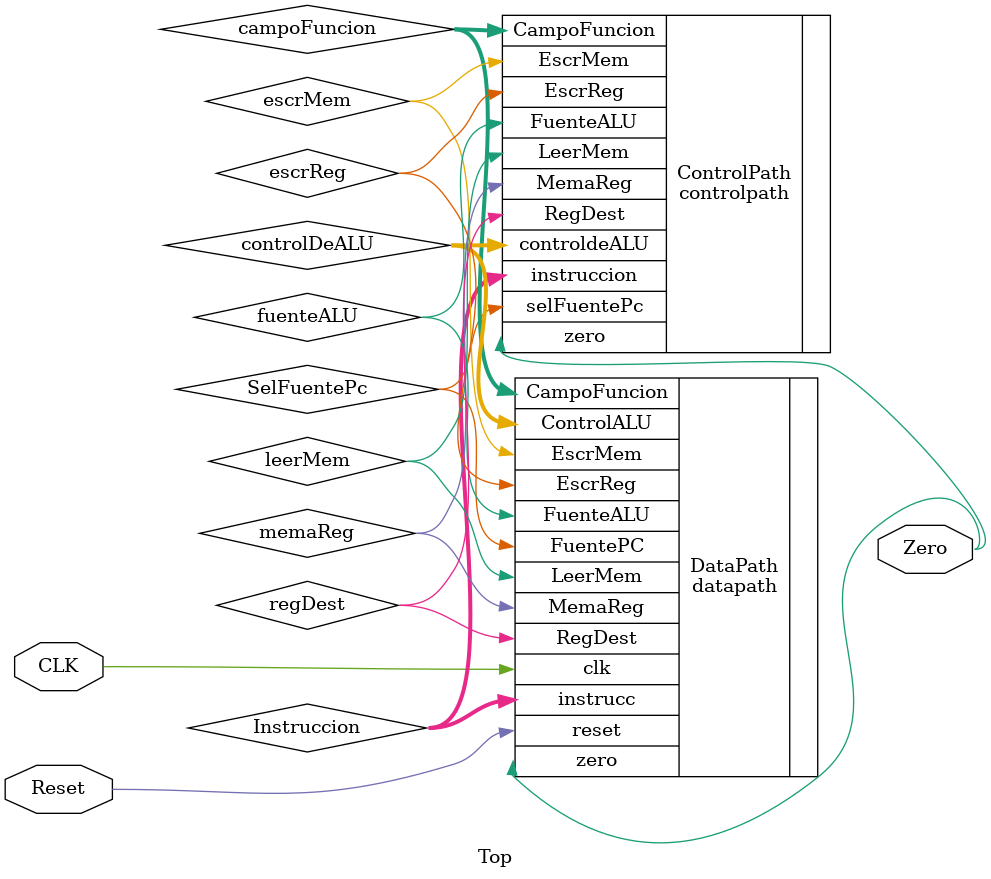
<source format=v>
`timescale 1ns / 1ps


module Top(input CLK,Reset,output Zero);

    wire [5:0]Instruccion;
    wire [5:0]campoFuncion;
    //wire Zero;
    wire regDest;
    wire leerMem;
    wire memaReg;
    wire escrMem;
    wire fuenteALU;
    wire escrReg;
    wire SelFuentePc;
    wire [2:0]controlDeALU;
   
    
    datapath DataPath(.reset(Reset),.clk(CLK),
    .RegDest(regDest),.LeerMem(leerMem),.MemaReg(memaReg),
    .EscrMem(escrMem),.FuenteALU(fuenteALU),.EscrReg(escrReg),
    .FuentePC(SelFuentePc),.ControlALU(controlDeALU),.instrucc(Instruccion),
    .CampoFuncion(campoFuncion),.zero(Zero));
    controlpath ControlPath(.instruccion(Instruccion),.CampoFuncion(campoFuncion),
    .zero(Zero),.RegDest(regDest),.LeerMem(leerMem),.MemaReg(memaReg),.EscrMem(escrMem),
    .FuenteALU(fuenteALU),.EscrReg(escrReg),.selFuentePc(SelFuentePc),.controldeALU(controlDeALU));

endmodule

</source>
